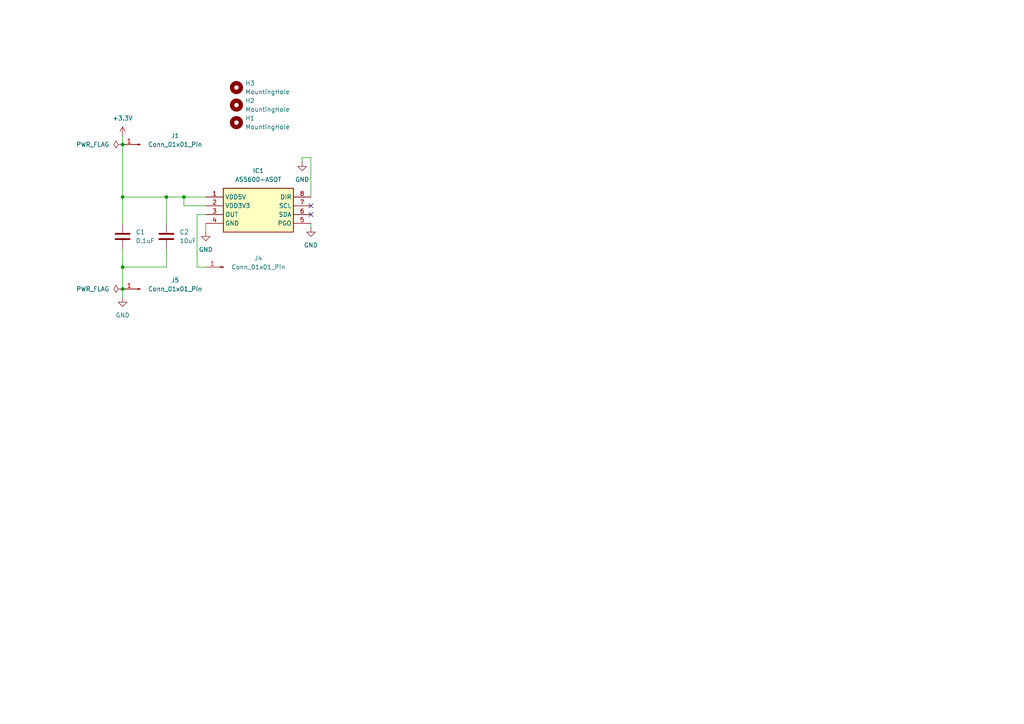
<source format=kicad_sch>
(kicad_sch
	(version 20250114)
	(generator "eeschema")
	(generator_version "9.0")
	(uuid "794d29e3-fe64-4cc2-bad2-bb2c3f72b9a3")
	(paper "A4")
	(lib_symbols
		(symbol "Connector:Conn_01x01_Pin"
			(pin_names
				(offset 1.016)
				(hide yes)
			)
			(exclude_from_sim no)
			(in_bom yes)
			(on_board yes)
			(property "Reference" "J"
				(at 0 2.54 0)
				(effects
					(font
						(size 1.27 1.27)
					)
				)
			)
			(property "Value" "Conn_01x01_Pin"
				(at 0 -2.54 0)
				(effects
					(font
						(size 1.27 1.27)
					)
				)
			)
			(property "Footprint" ""
				(at 0 0 0)
				(effects
					(font
						(size 1.27 1.27)
					)
					(hide yes)
				)
			)
			(property "Datasheet" "~"
				(at 0 0 0)
				(effects
					(font
						(size 1.27 1.27)
					)
					(hide yes)
				)
			)
			(property "Description" "Generic connector, single row, 01x01, script generated"
				(at 0 0 0)
				(effects
					(font
						(size 1.27 1.27)
					)
					(hide yes)
				)
			)
			(property "ki_locked" ""
				(at 0 0 0)
				(effects
					(font
						(size 1.27 1.27)
					)
				)
			)
			(property "ki_keywords" "connector"
				(at 0 0 0)
				(effects
					(font
						(size 1.27 1.27)
					)
					(hide yes)
				)
			)
			(property "ki_fp_filters" "Connector*:*_1x??_*"
				(at 0 0 0)
				(effects
					(font
						(size 1.27 1.27)
					)
					(hide yes)
				)
			)
			(symbol "Conn_01x01_Pin_1_1"
				(rectangle
					(start 0.8636 0.127)
					(end 0 -0.127)
					(stroke
						(width 0.1524)
						(type default)
					)
					(fill
						(type outline)
					)
				)
				(polyline
					(pts
						(xy 1.27 0) (xy 0.8636 0)
					)
					(stroke
						(width 0.1524)
						(type default)
					)
					(fill
						(type none)
					)
				)
				(pin passive line
					(at 5.08 0 180)
					(length 3.81)
					(name "Pin_1"
						(effects
							(font
								(size 1.27 1.27)
							)
						)
					)
					(number "1"
						(effects
							(font
								(size 1.27 1.27)
							)
						)
					)
				)
			)
			(embedded_fonts no)
		)
		(symbol "Mechanical:MountingHole"
			(pin_names
				(offset 1.016)
			)
			(exclude_from_sim no)
			(in_bom no)
			(on_board yes)
			(property "Reference" "H"
				(at 0 5.08 0)
				(effects
					(font
						(size 1.27 1.27)
					)
				)
			)
			(property "Value" "MountingHole"
				(at 0 3.175 0)
				(effects
					(font
						(size 1.27 1.27)
					)
				)
			)
			(property "Footprint" ""
				(at 0 0 0)
				(effects
					(font
						(size 1.27 1.27)
					)
					(hide yes)
				)
			)
			(property "Datasheet" "~"
				(at 0 0 0)
				(effects
					(font
						(size 1.27 1.27)
					)
					(hide yes)
				)
			)
			(property "Description" "Mounting Hole without connection"
				(at 0 0 0)
				(effects
					(font
						(size 1.27 1.27)
					)
					(hide yes)
				)
			)
			(property "ki_keywords" "mounting hole"
				(at 0 0 0)
				(effects
					(font
						(size 1.27 1.27)
					)
					(hide yes)
				)
			)
			(property "ki_fp_filters" "MountingHole*"
				(at 0 0 0)
				(effects
					(font
						(size 1.27 1.27)
					)
					(hide yes)
				)
			)
			(symbol "MountingHole_0_1"
				(circle
					(center 0 0)
					(radius 1.27)
					(stroke
						(width 1.27)
						(type default)
					)
					(fill
						(type none)
					)
				)
			)
			(embedded_fonts no)
		)
		(symbol "power:+3.3V"
			(power)
			(pin_numbers
				(hide yes)
			)
			(pin_names
				(offset 0)
				(hide yes)
			)
			(exclude_from_sim no)
			(in_bom yes)
			(on_board yes)
			(property "Reference" "#PWR"
				(at 0 -3.81 0)
				(effects
					(font
						(size 1.27 1.27)
					)
					(hide yes)
				)
			)
			(property "Value" "+3.3V"
				(at 0 3.556 0)
				(effects
					(font
						(size 1.27 1.27)
					)
				)
			)
			(property "Footprint" ""
				(at 0 0 0)
				(effects
					(font
						(size 1.27 1.27)
					)
					(hide yes)
				)
			)
			(property "Datasheet" ""
				(at 0 0 0)
				(effects
					(font
						(size 1.27 1.27)
					)
					(hide yes)
				)
			)
			(property "Description" "Power symbol creates a global label with name \"+3.3V\""
				(at 0 0 0)
				(effects
					(font
						(size 1.27 1.27)
					)
					(hide yes)
				)
			)
			(property "ki_keywords" "global power"
				(at 0 0 0)
				(effects
					(font
						(size 1.27 1.27)
					)
					(hide yes)
				)
			)
			(symbol "+3.3V_0_1"
				(polyline
					(pts
						(xy -0.762 1.27) (xy 0 2.54)
					)
					(stroke
						(width 0)
						(type default)
					)
					(fill
						(type none)
					)
				)
				(polyline
					(pts
						(xy 0 2.54) (xy 0.762 1.27)
					)
					(stroke
						(width 0)
						(type default)
					)
					(fill
						(type none)
					)
				)
				(polyline
					(pts
						(xy 0 0) (xy 0 2.54)
					)
					(stroke
						(width 0)
						(type default)
					)
					(fill
						(type none)
					)
				)
			)
			(symbol "+3.3V_1_1"
				(pin power_in line
					(at 0 0 90)
					(length 0)
					(name "~"
						(effects
							(font
								(size 1.27 1.27)
							)
						)
					)
					(number "1"
						(effects
							(font
								(size 1.27 1.27)
							)
						)
					)
				)
			)
			(embedded_fonts no)
		)
		(symbol "power:GND"
			(power)
			(pin_numbers
				(hide yes)
			)
			(pin_names
				(offset 0)
				(hide yes)
			)
			(exclude_from_sim no)
			(in_bom yes)
			(on_board yes)
			(property "Reference" "#PWR"
				(at 0 -6.35 0)
				(effects
					(font
						(size 1.27 1.27)
					)
					(hide yes)
				)
			)
			(property "Value" "GND"
				(at 0 -3.81 0)
				(effects
					(font
						(size 1.27 1.27)
					)
				)
			)
			(property "Footprint" ""
				(at 0 0 0)
				(effects
					(font
						(size 1.27 1.27)
					)
					(hide yes)
				)
			)
			(property "Datasheet" ""
				(at 0 0 0)
				(effects
					(font
						(size 1.27 1.27)
					)
					(hide yes)
				)
			)
			(property "Description" "Power symbol creates a global label with name \"GND\" , ground"
				(at 0 0 0)
				(effects
					(font
						(size 1.27 1.27)
					)
					(hide yes)
				)
			)
			(property "ki_keywords" "global power"
				(at 0 0 0)
				(effects
					(font
						(size 1.27 1.27)
					)
					(hide yes)
				)
			)
			(symbol "GND_0_1"
				(polyline
					(pts
						(xy 0 0) (xy 0 -1.27) (xy 1.27 -1.27) (xy 0 -2.54) (xy -1.27 -1.27) (xy 0 -1.27)
					)
					(stroke
						(width 0)
						(type default)
					)
					(fill
						(type none)
					)
				)
			)
			(symbol "GND_1_1"
				(pin power_in line
					(at 0 0 270)
					(length 0)
					(name "~"
						(effects
							(font
								(size 1.27 1.27)
							)
						)
					)
					(number "1"
						(effects
							(font
								(size 1.27 1.27)
							)
						)
					)
				)
			)
			(embedded_fonts no)
		)
		(symbol "power:PWR_FLAG"
			(power)
			(pin_numbers
				(hide yes)
			)
			(pin_names
				(offset 0)
				(hide yes)
			)
			(exclude_from_sim no)
			(in_bom yes)
			(on_board yes)
			(property "Reference" "#FLG"
				(at 0 1.905 0)
				(effects
					(font
						(size 1.27 1.27)
					)
					(hide yes)
				)
			)
			(property "Value" "PWR_FLAG"
				(at 0 3.81 0)
				(effects
					(font
						(size 1.27 1.27)
					)
				)
			)
			(property "Footprint" ""
				(at 0 0 0)
				(effects
					(font
						(size 1.27 1.27)
					)
					(hide yes)
				)
			)
			(property "Datasheet" "~"
				(at 0 0 0)
				(effects
					(font
						(size 1.27 1.27)
					)
					(hide yes)
				)
			)
			(property "Description" "Special symbol for telling ERC where power comes from"
				(at 0 0 0)
				(effects
					(font
						(size 1.27 1.27)
					)
					(hide yes)
				)
			)
			(property "ki_keywords" "flag power"
				(at 0 0 0)
				(effects
					(font
						(size 1.27 1.27)
					)
					(hide yes)
				)
			)
			(symbol "PWR_FLAG_0_0"
				(pin power_out line
					(at 0 0 90)
					(length 0)
					(name "~"
						(effects
							(font
								(size 1.27 1.27)
							)
						)
					)
					(number "1"
						(effects
							(font
								(size 1.27 1.27)
							)
						)
					)
				)
			)
			(symbol "PWR_FLAG_0_1"
				(polyline
					(pts
						(xy 0 0) (xy 0 1.27) (xy -1.016 1.905) (xy 0 2.54) (xy 1.016 1.905) (xy 0 1.27)
					)
					(stroke
						(width 0)
						(type default)
					)
					(fill
						(type none)
					)
				)
			)
			(embedded_fonts no)
		)
		(symbol "speed_sensor:AS5600-ASOT"
			(exclude_from_sim no)
			(in_bom yes)
			(on_board yes)
			(property "Reference" "IC"
				(at 26.67 7.62 0)
				(effects
					(font
						(size 1.27 1.27)
					)
					(justify left top)
				)
			)
			(property "Value" "AS5600-ASOT"
				(at 26.67 5.08 0)
				(effects
					(font
						(size 1.27 1.27)
					)
					(justify left top)
				)
			)
			(property "Footprint" "Package_SO:SOIC-8_3.9x4.9mm_P1.27mm"
				(at 26.67 -94.92 0)
				(effects
					(font
						(size 1.27 1.27)
					)
					(justify left top)
					(hide yes)
				)
			)
			(property "Datasheet" "https://datasheet.datasheetarchive.com/originals/distributors/DKDS-11/214624.pdf"
				(at 26.67 -194.92 0)
				(effects
					(font
						(size 1.27 1.27)
					)
					(justify left top)
					(hide yes)
				)
			)
			(property "Description" "Board Mount Hall Effect / Magnetic Sensors AS5600 Magnetic Sensor 12-Bit"
				(at 0 0 0)
				(effects
					(font
						(size 1.27 1.27)
					)
					(hide yes)
				)
			)
			(property "Height" "1.75"
				(at 26.67 -394.92 0)
				(effects
					(font
						(size 1.27 1.27)
					)
					(justify left top)
					(hide yes)
				)
			)
			(property "Mouser Part Number" "985-AS5600-ASOT"
				(at 26.67 -494.92 0)
				(effects
					(font
						(size 1.27 1.27)
					)
					(justify left top)
					(hide yes)
				)
			)
			(property "Mouser Price/Stock" "https://www.mouser.co.uk/ProductDetail/ams-OSRAM/AS5600-ASOT?qs=KTMMzrZdriGJpjhsnAEYBA%3D%3D"
				(at 26.67 -594.92 0)
				(effects
					(font
						(size 1.27 1.27)
					)
					(justify left top)
					(hide yes)
				)
			)
			(property "Manufacturer_Name" "ams OSRAM"
				(at 26.67 -694.92 0)
				(effects
					(font
						(size 1.27 1.27)
					)
					(justify left top)
					(hide yes)
				)
			)
			(property "Manufacturer_Part_Number" "AS5600-ASOT"
				(at 26.67 -794.92 0)
				(effects
					(font
						(size 1.27 1.27)
					)
					(justify left top)
					(hide yes)
				)
			)
			(symbol "AS5600-ASOT_1_1"
				(rectangle
					(start 5.08 2.54)
					(end 25.4 -10.16)
					(stroke
						(width 0.254)
						(type default)
					)
					(fill
						(type background)
					)
				)
				(pin passive line
					(at 0 0 0)
					(length 5.08)
					(name "VDD5V"
						(effects
							(font
								(size 1.27 1.27)
							)
						)
					)
					(number "1"
						(effects
							(font
								(size 1.27 1.27)
							)
						)
					)
				)
				(pin passive line
					(at 0 -2.54 0)
					(length 5.08)
					(name "VDD3V3"
						(effects
							(font
								(size 1.27 1.27)
							)
						)
					)
					(number "2"
						(effects
							(font
								(size 1.27 1.27)
							)
						)
					)
				)
				(pin passive line
					(at 0 -5.08 0)
					(length 5.08)
					(name "OUT"
						(effects
							(font
								(size 1.27 1.27)
							)
						)
					)
					(number "3"
						(effects
							(font
								(size 1.27 1.27)
							)
						)
					)
				)
				(pin passive line
					(at 0 -7.62 0)
					(length 5.08)
					(name "GND"
						(effects
							(font
								(size 1.27 1.27)
							)
						)
					)
					(number "4"
						(effects
							(font
								(size 1.27 1.27)
							)
						)
					)
				)
				(pin passive line
					(at 30.48 0 180)
					(length 5.08)
					(name "DIR"
						(effects
							(font
								(size 1.27 1.27)
							)
						)
					)
					(number "8"
						(effects
							(font
								(size 1.27 1.27)
							)
						)
					)
				)
				(pin passive line
					(at 30.48 -2.54 180)
					(length 5.08)
					(name "SCL"
						(effects
							(font
								(size 1.27 1.27)
							)
						)
					)
					(number "7"
						(effects
							(font
								(size 1.27 1.27)
							)
						)
					)
				)
				(pin passive line
					(at 30.48 -5.08 180)
					(length 5.08)
					(name "SDA"
						(effects
							(font
								(size 1.27 1.27)
							)
						)
					)
					(number "6"
						(effects
							(font
								(size 1.27 1.27)
							)
						)
					)
				)
				(pin passive line
					(at 30.48 -7.62 180)
					(length 5.08)
					(name "PGO"
						(effects
							(font
								(size 1.27 1.27)
							)
						)
					)
					(number "5"
						(effects
							(font
								(size 1.27 1.27)
							)
						)
					)
				)
			)
			(embedded_fonts no)
		)
		(symbol "speed_sensor:C320C104K5R5TA"
			(pin_numbers
				(hide yes)
			)
			(pin_names
				(offset 0.254)
			)
			(exclude_from_sim no)
			(in_bom yes)
			(on_board yes)
			(property "Reference" "C"
				(at 0.635 2.54 0)
				(effects
					(font
						(size 1.27 1.27)
					)
					(justify left)
				)
			)
			(property "Value" "0.1uF"
				(at 0.635 -2.54 0)
				(effects
					(font
						(size 1.27 1.27)
					)
					(justify left)
				)
			)
			(property "Footprint" "Capacitor_THT:C_Disc_D5.0mm_W2.5mm_P2.50mm"
				(at 0.9652 -3.81 0)
				(effects
					(font
						(size 1.27 1.27)
					)
					(hide yes)
				)
			)
			(property "Datasheet" "~"
				(at 0 0 0)
				(effects
					(font
						(size 1.27 1.27)
					)
					(hide yes)
				)
			)
			(property "Description" "0.1 µF ±10% 50V Ceramic Capacitor X7R Radial"
				(at 0 0 0)
				(effects
					(font
						(size 1.27 1.27)
					)
					(hide yes)
				)
			)
			(property "Part #" "C320C104K5R5TA"
				(at 0 0 0)
				(effects
					(font
						(size 1.27 1.27)
					)
					(hide yes)
				)
			)
			(property "MFG" "KEMET"
				(at 0 0 0)
				(effects
					(font
						(size 1.27 1.27)
					)
					(hide yes)
				)
			)
			(property "ki_keywords" "cap capacitor"
				(at 0 0 0)
				(effects
					(font
						(size 1.27 1.27)
					)
					(hide yes)
				)
			)
			(property "ki_fp_filters" "C_*"
				(at 0 0 0)
				(effects
					(font
						(size 1.27 1.27)
					)
					(hide yes)
				)
			)
			(symbol "C320C104K5R5TA_0_1"
				(polyline
					(pts
						(xy -2.032 0.762) (xy 2.032 0.762)
					)
					(stroke
						(width 0.508)
						(type default)
					)
					(fill
						(type none)
					)
				)
				(polyline
					(pts
						(xy -2.032 -0.762) (xy 2.032 -0.762)
					)
					(stroke
						(width 0.508)
						(type default)
					)
					(fill
						(type none)
					)
				)
			)
			(symbol "C320C104K5R5TA_1_1"
				(pin passive line
					(at 0 3.81 270)
					(length 2.794)
					(name "~"
						(effects
							(font
								(size 1.27 1.27)
							)
						)
					)
					(number "1"
						(effects
							(font
								(size 1.27 1.27)
							)
						)
					)
				)
				(pin passive line
					(at 0 -3.81 90)
					(length 2.794)
					(name "~"
						(effects
							(font
								(size 1.27 1.27)
							)
						)
					)
					(number "2"
						(effects
							(font
								(size 1.27 1.27)
							)
						)
					)
				)
			)
			(embedded_fonts no)
		)
		(symbol "speed_sensor:FG20X7R1H106KRT06"
			(pin_numbers
				(hide yes)
			)
			(pin_names
				(offset 0.254)
			)
			(exclude_from_sim no)
			(in_bom yes)
			(on_board yes)
			(property "Reference" "C"
				(at 0.635 2.54 0)
				(effects
					(font
						(size 1.27 1.27)
					)
					(justify left)
				)
			)
			(property "Value" "10uF"
				(at 0.635 -2.54 0)
				(effects
					(font
						(size 1.27 1.27)
					)
					(justify left)
				)
			)
			(property "Footprint" "Capacitor_THT:CP_Radial_Tantal_D5.5mm_P5.00mm"
				(at 0.9652 -3.81 0)
				(effects
					(font
						(size 1.27 1.27)
					)
					(hide yes)
				)
			)
			(property "Datasheet" "~"
				(at 0 0 0)
				(effects
					(font
						(size 1.27 1.27)
					)
					(hide yes)
				)
			)
			(property "Description" "10 µF ±10% 50V Ceramic Capacitor X7R Radial"
				(at 0 0 0)
				(effects
					(font
						(size 1.27 1.27)
					)
					(hide yes)
				)
			)
			(property "Part #" "FG20X7R1H106KRT06"
				(at 0 0 0)
				(effects
					(font
						(size 1.27 1.27)
					)
					(hide yes)
				)
			)
			(property "MFG" "TDK Corporation"
				(at 0 0 0)
				(effects
					(font
						(size 1.27 1.27)
					)
					(hide yes)
				)
			)
			(property "ki_keywords" "cap capacitor"
				(at 0 0 0)
				(effects
					(font
						(size 1.27 1.27)
					)
					(hide yes)
				)
			)
			(property "ki_fp_filters" "C_*"
				(at 0 0 0)
				(effects
					(font
						(size 1.27 1.27)
					)
					(hide yes)
				)
			)
			(symbol "FG20X7R1H106KRT06_0_1"
				(polyline
					(pts
						(xy -2.032 0.762) (xy 2.032 0.762)
					)
					(stroke
						(width 0.508)
						(type default)
					)
					(fill
						(type none)
					)
				)
				(polyline
					(pts
						(xy -2.032 -0.762) (xy 2.032 -0.762)
					)
					(stroke
						(width 0.508)
						(type default)
					)
					(fill
						(type none)
					)
				)
			)
			(symbol "FG20X7R1H106KRT06_1_1"
				(pin passive line
					(at 0 3.81 270)
					(length 2.794)
					(name "~"
						(effects
							(font
								(size 1.27 1.27)
							)
						)
					)
					(number "1"
						(effects
							(font
								(size 1.27 1.27)
							)
						)
					)
				)
				(pin passive line
					(at 0 -3.81 90)
					(length 2.794)
					(name "~"
						(effects
							(font
								(size 1.27 1.27)
							)
						)
					)
					(number "2"
						(effects
							(font
								(size 1.27 1.27)
							)
						)
					)
				)
			)
			(embedded_fonts no)
		)
	)
	(junction
		(at 48.26 57.15)
		(diameter 0)
		(color 0 0 0 0)
		(uuid "04768532-e1ae-478f-bc3f-a47c0994ab39")
	)
	(junction
		(at 35.56 41.91)
		(diameter 0)
		(color 0 0 0 0)
		(uuid "29892284-c5ff-4261-9a2a-24b37ea66790")
	)
	(junction
		(at 53.34 57.15)
		(diameter 0)
		(color 0 0 0 0)
		(uuid "95527b6b-b15c-4e35-ab11-c81654c3ca16")
	)
	(junction
		(at 35.56 77.47)
		(diameter 0)
		(color 0 0 0 0)
		(uuid "aa59cef3-d328-4cc7-8c10-a67c9c26ca32")
	)
	(junction
		(at 35.56 57.15)
		(diameter 0)
		(color 0 0 0 0)
		(uuid "ec79bffb-9049-4e17-9c8f-f68ad6320d63")
	)
	(junction
		(at 35.56 83.82)
		(diameter 0)
		(color 0 0 0 0)
		(uuid "fa7eaa5c-94e2-4cea-af4c-7aec0555b8d1")
	)
	(no_connect
		(at 90.17 59.69)
		(uuid "d0e5e006-7d53-4605-814b-3bb3f3aa6b55")
	)
	(no_connect
		(at 90.17 62.23)
		(uuid "f49bc007-361d-4208-bf50-dab2dd29a7e1")
	)
	(wire
		(pts
			(xy 48.26 57.15) (xy 48.26 64.77)
		)
		(stroke
			(width 0)
			(type default)
		)
		(uuid "03502b9d-89db-47e3-b360-6ecefbd92607")
	)
	(wire
		(pts
			(xy 59.69 62.23) (xy 57.15 62.23)
		)
		(stroke
			(width 0)
			(type default)
		)
		(uuid "29aeac80-cd8c-48e6-b3a7-50d9a437229b")
	)
	(wire
		(pts
			(xy 35.56 57.15) (xy 35.56 64.77)
		)
		(stroke
			(width 0)
			(type default)
		)
		(uuid "31c38018-f43b-4ac1-9875-2e527df23f2c")
	)
	(wire
		(pts
			(xy 59.69 57.15) (xy 53.34 57.15)
		)
		(stroke
			(width 0)
			(type default)
		)
		(uuid "36421edb-f0bc-4692-a4a1-e29cd48fe222")
	)
	(wire
		(pts
			(xy 87.63 45.72) (xy 87.63 46.99)
		)
		(stroke
			(width 0)
			(type default)
		)
		(uuid "66f29451-92b1-4066-a273-2634386c2283")
	)
	(wire
		(pts
			(xy 35.56 57.15) (xy 35.56 41.91)
		)
		(stroke
			(width 0)
			(type default)
		)
		(uuid "6bf54889-7baf-4bee-8d42-aeca44548e16")
	)
	(wire
		(pts
			(xy 90.17 57.15) (xy 90.17 45.72)
		)
		(stroke
			(width 0)
			(type default)
		)
		(uuid "6c1719b5-8a37-4cef-81a2-aa1abcee3c72")
	)
	(wire
		(pts
			(xy 48.26 57.15) (xy 35.56 57.15)
		)
		(stroke
			(width 0)
			(type default)
		)
		(uuid "7ec06e7e-8460-49ad-b9cf-70058a0837cd")
	)
	(wire
		(pts
			(xy 90.17 45.72) (xy 87.63 45.72)
		)
		(stroke
			(width 0)
			(type default)
		)
		(uuid "8698514f-0bfb-4700-a1d0-b5c26e301162")
	)
	(wire
		(pts
			(xy 59.69 64.77) (xy 59.69 67.31)
		)
		(stroke
			(width 0)
			(type default)
		)
		(uuid "97c72671-1f74-4af0-bc04-1cba6e3c9dc4")
	)
	(wire
		(pts
			(xy 90.17 66.04) (xy 90.17 64.77)
		)
		(stroke
			(width 0)
			(type default)
		)
		(uuid "a0f7a226-d270-4199-969b-a92feb224d15")
	)
	(wire
		(pts
			(xy 35.56 41.91) (xy 35.56 39.37)
		)
		(stroke
			(width 0)
			(type default)
		)
		(uuid "a1298444-a88f-4d52-889f-885e0dc16f8d")
	)
	(wire
		(pts
			(xy 59.69 59.69) (xy 53.34 59.69)
		)
		(stroke
			(width 0)
			(type default)
		)
		(uuid "b02af5b5-4bbe-4405-974d-853396f6d20d")
	)
	(wire
		(pts
			(xy 57.15 62.23) (xy 57.15 77.47)
		)
		(stroke
			(width 0)
			(type default)
		)
		(uuid "b35a36db-29c4-46fc-b366-923df43d6aba")
	)
	(wire
		(pts
			(xy 35.56 72.39) (xy 35.56 77.47)
		)
		(stroke
			(width 0)
			(type default)
		)
		(uuid "c2407aee-dd07-4f48-bc7c-fbbeaaec1ce4")
	)
	(wire
		(pts
			(xy 35.56 86.36) (xy 35.56 83.82)
		)
		(stroke
			(width 0)
			(type default)
		)
		(uuid "d60d50b4-c6e6-451b-9c53-e374647aebd7")
	)
	(wire
		(pts
			(xy 53.34 57.15) (xy 48.26 57.15)
		)
		(stroke
			(width 0)
			(type default)
		)
		(uuid "d7b3ddfa-8fd2-4c9a-82d8-820ea6ce42ef")
	)
	(wire
		(pts
			(xy 48.26 72.39) (xy 48.26 77.47)
		)
		(stroke
			(width 0)
			(type default)
		)
		(uuid "ea707cc5-76e2-4322-a484-c61e4e922ce4")
	)
	(wire
		(pts
			(xy 35.56 77.47) (xy 35.56 83.82)
		)
		(stroke
			(width 0)
			(type default)
		)
		(uuid "eb538722-1bbd-4491-97e5-8ce174ec0f70")
	)
	(wire
		(pts
			(xy 53.34 59.69) (xy 53.34 57.15)
		)
		(stroke
			(width 0)
			(type default)
		)
		(uuid "f1a9e080-9cd5-49cd-93fb-ed7e03735449")
	)
	(wire
		(pts
			(xy 48.26 77.47) (xy 35.56 77.47)
		)
		(stroke
			(width 0)
			(type default)
		)
		(uuid "f5bb2abc-d742-47b7-813a-834c86ce9bc4")
	)
	(wire
		(pts
			(xy 57.15 77.47) (xy 59.69 77.47)
		)
		(stroke
			(width 0)
			(type default)
		)
		(uuid "f79610f6-f76d-446f-b9bf-01b115421e2e")
	)
	(symbol
		(lib_id "Mechanical:MountingHole")
		(at 68.58 30.48 0)
		(unit 1)
		(exclude_from_sim no)
		(in_bom no)
		(on_board yes)
		(dnp no)
		(fields_autoplaced yes)
		(uuid "00130e7e-e0b7-48d5-a402-df1e0edb2f8c")
		(property "Reference" "H2"
			(at 71.12 29.2099 0)
			(effects
				(font
					(size 1.27 1.27)
				)
				(justify left)
			)
		)
		(property "Value" "MountingHole"
			(at 71.12 31.7499 0)
			(effects
				(font
					(size 1.27 1.27)
				)
				(justify left)
			)
		)
		(property "Footprint" "MountingHole:MountingHole_6.4mm_M6_ISO14580"
			(at 68.58 30.48 0)
			(effects
				(font
					(size 1.27 1.27)
				)
				(hide yes)
			)
		)
		(property "Datasheet" "~"
			(at 68.58 30.48 0)
			(effects
				(font
					(size 1.27 1.27)
				)
				(hide yes)
			)
		)
		(property "Description" "Mounting Hole without connection"
			(at 68.58 30.48 0)
			(effects
				(font
					(size 1.27 1.27)
				)
				(hide yes)
			)
		)
		(instances
			(project "speed-sensor-PCB"
				(path "/794d29e3-fe64-4cc2-bad2-bb2c3f72b9a3"
					(reference "H2")
					(unit 1)
				)
			)
		)
	)
	(symbol
		(lib_id "power:GND")
		(at 59.69 67.31 0)
		(unit 1)
		(exclude_from_sim no)
		(in_bom yes)
		(on_board yes)
		(dnp no)
		(fields_autoplaced yes)
		(uuid "06aeed6a-07b6-4f0d-8c58-060672a84a58")
		(property "Reference" "#PWR03"
			(at 59.69 73.66 0)
			(effects
				(font
					(size 1.27 1.27)
				)
				(hide yes)
			)
		)
		(property "Value" "GND"
			(at 59.69 72.39 0)
			(effects
				(font
					(size 1.27 1.27)
				)
			)
		)
		(property "Footprint" ""
			(at 59.69 67.31 0)
			(effects
				(font
					(size 1.27 1.27)
				)
				(hide yes)
			)
		)
		(property "Datasheet" ""
			(at 59.69 67.31 0)
			(effects
				(font
					(size 1.27 1.27)
				)
				(hide yes)
			)
		)
		(property "Description" "Power symbol creates a global label with name \"GND\" , ground"
			(at 59.69 67.31 0)
			(effects
				(font
					(size 1.27 1.27)
				)
				(hide yes)
			)
		)
		(pin "1"
			(uuid "73c6441b-4123-4cb2-a248-203c960a6df2")
		)
		(instances
			(project "speed-sensor-PCB"
				(path "/794d29e3-fe64-4cc2-bad2-bb2c3f72b9a3"
					(reference "#PWR03")
					(unit 1)
				)
			)
		)
	)
	(symbol
		(lib_id "Connector:Conn_01x01_Pin")
		(at 40.64 83.82 180)
		(unit 1)
		(exclude_from_sim no)
		(in_bom yes)
		(on_board yes)
		(dnp no)
		(uuid "23264465-947c-4c8d-a00a-abd8b538771c")
		(property "Reference" "J5"
			(at 50.8 81.28 0)
			(effects
				(font
					(size 1.27 1.27)
				)
			)
		)
		(property "Value" "Conn_01x01_Pin"
			(at 50.8 83.82 0)
			(effects
				(font
					(size 1.27 1.27)
				)
			)
		)
		(property "Footprint" "Connector_Wire:SolderWire-0.5sqmm_1x01_D0.9mm_OD2.1mm_Relief"
			(at 40.64 83.82 0)
			(effects
				(font
					(size 1.27 1.27)
				)
				(hide yes)
			)
		)
		(property "Datasheet" "~"
			(at 40.64 83.82 0)
			(effects
				(font
					(size 1.27 1.27)
				)
				(hide yes)
			)
		)
		(property "Description" "Generic connector, single row, 01x01, script generated"
			(at 40.64 83.82 0)
			(effects
				(font
					(size 1.27 1.27)
				)
				(hide yes)
			)
		)
		(pin "1"
			(uuid "5e61f7ed-5e1d-4bc4-8e45-25780434d1b0")
		)
		(instances
			(project "speed-sensor-PCB"
				(path "/794d29e3-fe64-4cc2-bad2-bb2c3f72b9a3"
					(reference "J5")
					(unit 1)
				)
			)
		)
	)
	(symbol
		(lib_id "Connector:Conn_01x01_Pin")
		(at 40.64 41.91 180)
		(unit 1)
		(exclude_from_sim no)
		(in_bom yes)
		(on_board yes)
		(dnp no)
		(uuid "26488799-2823-44d9-9d1b-cf9e7032ebf0")
		(property "Reference" "J1"
			(at 50.8 39.37 0)
			(effects
				(font
					(size 1.27 1.27)
				)
			)
		)
		(property "Value" "Conn_01x01_Pin"
			(at 50.8 41.91 0)
			(effects
				(font
					(size 1.27 1.27)
				)
			)
		)
		(property "Footprint" "Connector_Wire:SolderWire-0.5sqmm_1x01_D0.9mm_OD2.1mm_Relief"
			(at 40.64 41.91 0)
			(effects
				(font
					(size 1.27 1.27)
				)
				(hide yes)
			)
		)
		(property "Datasheet" "~"
			(at 40.64 41.91 0)
			(effects
				(font
					(size 1.27 1.27)
				)
				(hide yes)
			)
		)
		(property "Description" "Generic connector, single row, 01x01, script generated"
			(at 40.64 41.91 0)
			(effects
				(font
					(size 1.27 1.27)
				)
				(hide yes)
			)
		)
		(pin "1"
			(uuid "919ad8c8-6cad-44fb-a8e3-9fde361d320f")
		)
		(instances
			(project ""
				(path "/794d29e3-fe64-4cc2-bad2-bb2c3f72b9a3"
					(reference "J1")
					(unit 1)
				)
			)
		)
	)
	(symbol
		(lib_id "power:GND")
		(at 35.56 86.36 0)
		(unit 1)
		(exclude_from_sim no)
		(in_bom yes)
		(on_board yes)
		(dnp no)
		(fields_autoplaced yes)
		(uuid "3d95f20b-c3e4-4db9-bc6f-03aa74c026db")
		(property "Reference" "#PWR02"
			(at 35.56 92.71 0)
			(effects
				(font
					(size 1.27 1.27)
				)
				(hide yes)
			)
		)
		(property "Value" "GND"
			(at 35.56 91.44 0)
			(effects
				(font
					(size 1.27 1.27)
				)
			)
		)
		(property "Footprint" ""
			(at 35.56 86.36 0)
			(effects
				(font
					(size 1.27 1.27)
				)
				(hide yes)
			)
		)
		(property "Datasheet" ""
			(at 35.56 86.36 0)
			(effects
				(font
					(size 1.27 1.27)
				)
				(hide yes)
			)
		)
		(property "Description" "Power symbol creates a global label with name \"GND\" , ground"
			(at 35.56 86.36 0)
			(effects
				(font
					(size 1.27 1.27)
				)
				(hide yes)
			)
		)
		(pin "1"
			(uuid "882b1b23-6e73-4344-a2a0-106327d2fb3a")
		)
		(instances
			(project ""
				(path "/794d29e3-fe64-4cc2-bad2-bb2c3f72b9a3"
					(reference "#PWR02")
					(unit 1)
				)
			)
		)
	)
	(symbol
		(lib_id "Mechanical:MountingHole")
		(at 68.58 35.56 0)
		(unit 1)
		(exclude_from_sim no)
		(in_bom no)
		(on_board yes)
		(dnp no)
		(fields_autoplaced yes)
		(uuid "4cdeccd2-87d5-4c23-a2e9-5dffc437c41f")
		(property "Reference" "H1"
			(at 71.12 34.2899 0)
			(effects
				(font
					(size 1.27 1.27)
				)
				(justify left)
			)
		)
		(property "Value" "MountingHole"
			(at 71.12 36.8299 0)
			(effects
				(font
					(size 1.27 1.27)
				)
				(justify left)
			)
		)
		(property "Footprint" "MountingHole:MountingHole_6.4mm_M6_ISO14580"
			(at 68.58 35.56 0)
			(effects
				(font
					(size 1.27 1.27)
				)
				(hide yes)
			)
		)
		(property "Datasheet" "~"
			(at 68.58 35.56 0)
			(effects
				(font
					(size 1.27 1.27)
				)
				(hide yes)
			)
		)
		(property "Description" "Mounting Hole without connection"
			(at 68.58 35.56 0)
			(effects
				(font
					(size 1.27 1.27)
				)
				(hide yes)
			)
		)
		(instances
			(project ""
				(path "/794d29e3-fe64-4cc2-bad2-bb2c3f72b9a3"
					(reference "H1")
					(unit 1)
				)
			)
		)
	)
	(symbol
		(lib_id "speed_sensor:C320C104K5R5TA")
		(at 35.56 68.58 0)
		(unit 1)
		(exclude_from_sim no)
		(in_bom yes)
		(on_board yes)
		(dnp no)
		(fields_autoplaced yes)
		(uuid "50741ad7-7a55-470c-90c1-c87c70d198e9")
		(property "Reference" "C1"
			(at 39.37 67.3099 0)
			(effects
				(font
					(size 1.27 1.27)
				)
				(justify left)
			)
		)
		(property "Value" "0.1uF"
			(at 39.37 69.8499 0)
			(effects
				(font
					(size 1.27 1.27)
				)
				(justify left)
			)
		)
		(property "Footprint" "Capacitor_THT:C_Disc_D5.0mm_W2.5mm_P2.50mm"
			(at 36.5252 72.39 0)
			(effects
				(font
					(size 1.27 1.27)
				)
				(hide yes)
			)
		)
		(property "Datasheet" "~"
			(at 35.56 68.58 0)
			(effects
				(font
					(size 1.27 1.27)
				)
				(hide yes)
			)
		)
		(property "Description" "0.1 µF ±10% 50V Ceramic Capacitor X7R Radial"
			(at 35.56 68.58 0)
			(effects
				(font
					(size 1.27 1.27)
				)
				(hide yes)
			)
		)
		(property "Part #" "C320C104K5R5TA"
			(at 35.56 68.58 0)
			(effects
				(font
					(size 1.27 1.27)
				)
				(hide yes)
			)
		)
		(property "MFG" "KEMET"
			(at 35.56 68.58 0)
			(effects
				(font
					(size 1.27 1.27)
				)
				(hide yes)
			)
		)
		(pin "1"
			(uuid "2a9a5d40-d6a6-4e82-8aa3-a614eadb6ccd")
		)
		(pin "2"
			(uuid "9cd72804-9474-436b-a658-76996fa0c805")
		)
		(instances
			(project ""
				(path "/794d29e3-fe64-4cc2-bad2-bb2c3f72b9a3"
					(reference "C1")
					(unit 1)
				)
			)
		)
	)
	(symbol
		(lib_id "power:PWR_FLAG")
		(at 35.56 41.91 90)
		(unit 1)
		(exclude_from_sim no)
		(in_bom yes)
		(on_board yes)
		(dnp no)
		(fields_autoplaced yes)
		(uuid "50e8d488-dc25-4e56-876d-16f00f189565")
		(property "Reference" "#FLG01"
			(at 33.655 41.91 0)
			(effects
				(font
					(size 1.27 1.27)
				)
				(hide yes)
			)
		)
		(property "Value" "PWR_FLAG"
			(at 31.75 41.9099 90)
			(effects
				(font
					(size 1.27 1.27)
				)
				(justify left)
			)
		)
		(property "Footprint" ""
			(at 35.56 41.91 0)
			(effects
				(font
					(size 1.27 1.27)
				)
				(hide yes)
			)
		)
		(property "Datasheet" "~"
			(at 35.56 41.91 0)
			(effects
				(font
					(size 1.27 1.27)
				)
				(hide yes)
			)
		)
		(property "Description" "Special symbol for telling ERC where power comes from"
			(at 35.56 41.91 0)
			(effects
				(font
					(size 1.27 1.27)
				)
				(hide yes)
			)
		)
		(pin "1"
			(uuid "f979a706-7c8f-4ea6-a690-2c0d9cfcc6b1")
		)
		(instances
			(project ""
				(path "/794d29e3-fe64-4cc2-bad2-bb2c3f72b9a3"
					(reference "#FLG01")
					(unit 1)
				)
			)
		)
	)
	(symbol
		(lib_id "Connector:Conn_01x01_Pin")
		(at 64.77 77.47 180)
		(unit 1)
		(exclude_from_sim no)
		(in_bom yes)
		(on_board yes)
		(dnp no)
		(uuid "6efc5912-7e7a-438c-a7a7-b8156cdf5bf9")
		(property "Reference" "J4"
			(at 74.93 74.93 0)
			(effects
				(font
					(size 1.27 1.27)
				)
			)
		)
		(property "Value" "Conn_01x01_Pin"
			(at 74.93 77.47 0)
			(effects
				(font
					(size 1.27 1.27)
				)
			)
		)
		(property "Footprint" "Connector_Wire:SolderWire-0.5sqmm_1x01_D0.9mm_OD2.1mm_Relief"
			(at 64.77 77.47 0)
			(effects
				(font
					(size 1.27 1.27)
				)
				(hide yes)
			)
		)
		(property "Datasheet" "~"
			(at 64.77 77.47 0)
			(effects
				(font
					(size 1.27 1.27)
				)
				(hide yes)
			)
		)
		(property "Description" "Generic connector, single row, 01x01, script generated"
			(at 64.77 77.47 0)
			(effects
				(font
					(size 1.27 1.27)
				)
				(hide yes)
			)
		)
		(pin "1"
			(uuid "280eb4a9-d1f0-4895-b9ef-50e564b858fd")
		)
		(instances
			(project "speed-sensor-PCB"
				(path "/794d29e3-fe64-4cc2-bad2-bb2c3f72b9a3"
					(reference "J4")
					(unit 1)
				)
			)
		)
	)
	(symbol
		(lib_id "power:GND")
		(at 90.17 66.04 0)
		(unit 1)
		(exclude_from_sim no)
		(in_bom yes)
		(on_board yes)
		(dnp no)
		(fields_autoplaced yes)
		(uuid "8013d906-5204-40e0-92c8-4b7254443c25")
		(property "Reference" "#PWR05"
			(at 90.17 72.39 0)
			(effects
				(font
					(size 1.27 1.27)
				)
				(hide yes)
			)
		)
		(property "Value" "GND"
			(at 90.17 71.12 0)
			(effects
				(font
					(size 1.27 1.27)
				)
			)
		)
		(property "Footprint" ""
			(at 90.17 66.04 0)
			(effects
				(font
					(size 1.27 1.27)
				)
				(hide yes)
			)
		)
		(property "Datasheet" ""
			(at 90.17 66.04 0)
			(effects
				(font
					(size 1.27 1.27)
				)
				(hide yes)
			)
		)
		(property "Description" "Power symbol creates a global label with name \"GND\" , ground"
			(at 90.17 66.04 0)
			(effects
				(font
					(size 1.27 1.27)
				)
				(hide yes)
			)
		)
		(pin "1"
			(uuid "0db21cea-855c-4d65-87eb-65d7bce66ffb")
		)
		(instances
			(project "speed-sensor-PCB"
				(path "/794d29e3-fe64-4cc2-bad2-bb2c3f72b9a3"
					(reference "#PWR05")
					(unit 1)
				)
			)
		)
	)
	(symbol
		(lib_id "speed_sensor:FG20X7R1H106KRT06")
		(at 48.26 68.58 0)
		(unit 1)
		(exclude_from_sim no)
		(in_bom yes)
		(on_board yes)
		(dnp no)
		(fields_autoplaced yes)
		(uuid "9814fdd4-500f-4f2e-8f29-44f7b79f7f9f")
		(property "Reference" "C2"
			(at 52.07 67.3099 0)
			(effects
				(font
					(size 1.27 1.27)
				)
				(justify left)
			)
		)
		(property "Value" "10uF"
			(at 52.07 69.8499 0)
			(effects
				(font
					(size 1.27 1.27)
				)
				(justify left)
			)
		)
		(property "Footprint" "Capacitor_THT:CP_Radial_Tantal_D5.5mm_P5.00mm"
			(at 49.2252 72.39 0)
			(effects
				(font
					(size 1.27 1.27)
				)
				(hide yes)
			)
		)
		(property "Datasheet" "~"
			(at 48.26 68.58 0)
			(effects
				(font
					(size 1.27 1.27)
				)
				(hide yes)
			)
		)
		(property "Description" "10 µF ±10% 50V Ceramic Capacitor X7R Radial"
			(at 48.26 68.58 0)
			(effects
				(font
					(size 1.27 1.27)
				)
				(hide yes)
			)
		)
		(property "Part #" "FG20X7R1H106KRT06"
			(at 48.26 68.58 0)
			(effects
				(font
					(size 1.27 1.27)
				)
				(hide yes)
			)
		)
		(property "MFG" "TDK Corporation"
			(at 48.26 68.58 0)
			(effects
				(font
					(size 1.27 1.27)
				)
				(hide yes)
			)
		)
		(pin "1"
			(uuid "e8b7b9e9-8e2e-40c4-aaf9-98d32f677435")
		)
		(pin "2"
			(uuid "c42c2a0d-7792-46a4-9865-7524eb0a4769")
		)
		(instances
			(project ""
				(path "/794d29e3-fe64-4cc2-bad2-bb2c3f72b9a3"
					(reference "C2")
					(unit 1)
				)
			)
		)
	)
	(symbol
		(lib_id "Mechanical:MountingHole")
		(at 68.58 25.4 0)
		(unit 1)
		(exclude_from_sim no)
		(in_bom no)
		(on_board yes)
		(dnp no)
		(fields_autoplaced yes)
		(uuid "a3d10e3b-9462-495c-bc61-9cd99c2bf6bb")
		(property "Reference" "H3"
			(at 71.12 24.1299 0)
			(effects
				(font
					(size 1.27 1.27)
				)
				(justify left)
			)
		)
		(property "Value" "MountingHole"
			(at 71.12 26.6699 0)
			(effects
				(font
					(size 1.27 1.27)
				)
				(justify left)
			)
		)
		(property "Footprint" "MountingHole:MountingHole_6.4mm_M6_ISO14580"
			(at 68.58 25.4 0)
			(effects
				(font
					(size 1.27 1.27)
				)
				(hide yes)
			)
		)
		(property "Datasheet" "~"
			(at 68.58 25.4 0)
			(effects
				(font
					(size 1.27 1.27)
				)
				(hide yes)
			)
		)
		(property "Description" "Mounting Hole without connection"
			(at 68.58 25.4 0)
			(effects
				(font
					(size 1.27 1.27)
				)
				(hide yes)
			)
		)
		(instances
			(project "speed-sensor-PCB"
				(path "/794d29e3-fe64-4cc2-bad2-bb2c3f72b9a3"
					(reference "H3")
					(unit 1)
				)
			)
		)
	)
	(symbol
		(lib_id "speed_sensor:AS5600-ASOT")
		(at 59.69 57.15 0)
		(unit 1)
		(exclude_from_sim no)
		(in_bom yes)
		(on_board yes)
		(dnp no)
		(fields_autoplaced yes)
		(uuid "b828541f-cc98-432f-9939-217ea5253793")
		(property "Reference" "IC1"
			(at 74.93 49.53 0)
			(effects
				(font
					(size 1.27 1.27)
				)
			)
		)
		(property "Value" "AS5600-ASOT"
			(at 74.93 52.07 0)
			(effects
				(font
					(size 1.27 1.27)
				)
			)
		)
		(property "Footprint" "Package_SO:SOIC-8_3.9x4.9mm_P1.27mm"
			(at 86.36 152.07 0)
			(effects
				(font
					(size 1.27 1.27)
				)
				(justify left top)
				(hide yes)
			)
		)
		(property "Datasheet" "https://datasheet.datasheetarchive.com/originals/distributors/DKDS-11/214624.pdf"
			(at 86.36 252.07 0)
			(effects
				(font
					(size 1.27 1.27)
				)
				(justify left top)
				(hide yes)
			)
		)
		(property "Description" "Board Mount Hall Effect / Magnetic Sensors AS5600 Magnetic Sensor 12-Bit"
			(at 59.69 57.15 0)
			(effects
				(font
					(size 1.27 1.27)
				)
				(hide yes)
			)
		)
		(property "Height" "1.75"
			(at 86.36 452.07 0)
			(effects
				(font
					(size 1.27 1.27)
				)
				(justify left top)
				(hide yes)
			)
		)
		(property "Mouser Part Number" "985-AS5600-ASOT"
			(at 86.36 552.07 0)
			(effects
				(font
					(size 1.27 1.27)
				)
				(justify left top)
				(hide yes)
			)
		)
		(property "Mouser Price/Stock" "https://www.mouser.co.uk/ProductDetail/ams-OSRAM/AS5600-ASOT?qs=KTMMzrZdriGJpjhsnAEYBA%3D%3D"
			(at 86.36 652.07 0)
			(effects
				(font
					(size 1.27 1.27)
				)
				(justify left top)
				(hide yes)
			)
		)
		(property "Manufacturer_Name" "ams OSRAM"
			(at 86.36 752.07 0)
			(effects
				(font
					(size 1.27 1.27)
				)
				(justify left top)
				(hide yes)
			)
		)
		(property "Manufacturer_Part_Number" "AS5600-ASOT"
			(at 86.36 852.07 0)
			(effects
				(font
					(size 1.27 1.27)
				)
				(justify left top)
				(hide yes)
			)
		)
		(pin "2"
			(uuid "f68bf6eb-f8e4-4933-9a20-f0bf3f2965cd")
		)
		(pin "1"
			(uuid "5f418c5d-b0d7-40ad-85d0-1badcd798e2a")
		)
		(pin "5"
			(uuid "c342eddc-d623-4b25-aa43-e107fe5b2c86")
		)
		(pin "3"
			(uuid "3c1f9372-93cd-43f9-9d3c-e98ace1367dd")
		)
		(pin "8"
			(uuid "901cbd3c-52e5-458b-b90a-7fc32be2f726")
		)
		(pin "7"
			(uuid "226208d5-f77f-4fbd-8be0-7bf7774f7dee")
		)
		(pin "6"
			(uuid "c8b3e53e-a67d-4255-852a-41e186127945")
		)
		(pin "4"
			(uuid "35b5797c-ea79-4e7f-8df6-a06141f95a8e")
		)
		(instances
			(project ""
				(path "/794d29e3-fe64-4cc2-bad2-bb2c3f72b9a3"
					(reference "IC1")
					(unit 1)
				)
			)
		)
	)
	(symbol
		(lib_id "power:GND")
		(at 87.63 46.99 0)
		(unit 1)
		(exclude_from_sim no)
		(in_bom yes)
		(on_board yes)
		(dnp no)
		(fields_autoplaced yes)
		(uuid "b867d68d-ae57-4138-a108-5b4403678a23")
		(property "Reference" "#PWR04"
			(at 87.63 53.34 0)
			(effects
				(font
					(size 1.27 1.27)
				)
				(hide yes)
			)
		)
		(property "Value" "GND"
			(at 87.63 52.07 0)
			(effects
				(font
					(size 1.27 1.27)
				)
			)
		)
		(property "Footprint" ""
			(at 87.63 46.99 0)
			(effects
				(font
					(size 1.27 1.27)
				)
				(hide yes)
			)
		)
		(property "Datasheet" ""
			(at 87.63 46.99 0)
			(effects
				(font
					(size 1.27 1.27)
				)
				(hide yes)
			)
		)
		(property "Description" "Power symbol creates a global label with name \"GND\" , ground"
			(at 87.63 46.99 0)
			(effects
				(font
					(size 1.27 1.27)
				)
				(hide yes)
			)
		)
		(pin "1"
			(uuid "8de8ff70-798c-4747-a9a0-8e98c3924c9f")
		)
		(instances
			(project "speed-sensor-PCB"
				(path "/794d29e3-fe64-4cc2-bad2-bb2c3f72b9a3"
					(reference "#PWR04")
					(unit 1)
				)
			)
		)
	)
	(symbol
		(lib_id "power:+3.3V")
		(at 35.56 39.37 0)
		(unit 1)
		(exclude_from_sim no)
		(in_bom yes)
		(on_board yes)
		(dnp no)
		(fields_autoplaced yes)
		(uuid "bb7eacd3-4cea-4dfe-b2ca-1bd6197dbce2")
		(property "Reference" "#PWR01"
			(at 35.56 43.18 0)
			(effects
				(font
					(size 1.27 1.27)
				)
				(hide yes)
			)
		)
		(property "Value" "+3.3V"
			(at 35.56 34.29 0)
			(effects
				(font
					(size 1.27 1.27)
				)
			)
		)
		(property "Footprint" ""
			(at 35.56 39.37 0)
			(effects
				(font
					(size 1.27 1.27)
				)
				(hide yes)
			)
		)
		(property "Datasheet" ""
			(at 35.56 39.37 0)
			(effects
				(font
					(size 1.27 1.27)
				)
				(hide yes)
			)
		)
		(property "Description" "Power symbol creates a global label with name \"+3.3V\""
			(at 35.56 39.37 0)
			(effects
				(font
					(size 1.27 1.27)
				)
				(hide yes)
			)
		)
		(pin "1"
			(uuid "b46e501b-9dfb-4e1e-b11c-091a02b6befe")
		)
		(instances
			(project ""
				(path "/794d29e3-fe64-4cc2-bad2-bb2c3f72b9a3"
					(reference "#PWR01")
					(unit 1)
				)
			)
		)
	)
	(symbol
		(lib_id "power:PWR_FLAG")
		(at 35.56 83.82 90)
		(unit 1)
		(exclude_from_sim no)
		(in_bom yes)
		(on_board yes)
		(dnp no)
		(fields_autoplaced yes)
		(uuid "d69bccaf-b3fb-4c96-a0cc-c766d67feb18")
		(property "Reference" "#FLG02"
			(at 33.655 83.82 0)
			(effects
				(font
					(size 1.27 1.27)
				)
				(hide yes)
			)
		)
		(property "Value" "PWR_FLAG"
			(at 31.75 83.8199 90)
			(effects
				(font
					(size 1.27 1.27)
				)
				(justify left)
			)
		)
		(property "Footprint" ""
			(at 35.56 83.82 0)
			(effects
				(font
					(size 1.27 1.27)
				)
				(hide yes)
			)
		)
		(property "Datasheet" "~"
			(at 35.56 83.82 0)
			(effects
				(font
					(size 1.27 1.27)
				)
				(hide yes)
			)
		)
		(property "Description" "Special symbol for telling ERC where power comes from"
			(at 35.56 83.82 0)
			(effects
				(font
					(size 1.27 1.27)
				)
				(hide yes)
			)
		)
		(pin "1"
			(uuid "a07b4a8b-1620-4674-a9f7-6dc387d2a145")
		)
		(instances
			(project "speed-sensor-PCB"
				(path "/794d29e3-fe64-4cc2-bad2-bb2c3f72b9a3"
					(reference "#FLG02")
					(unit 1)
				)
			)
		)
	)
	(sheet_instances
		(path "/"
			(page "1")
		)
	)
	(embedded_fonts no)
)

</source>
